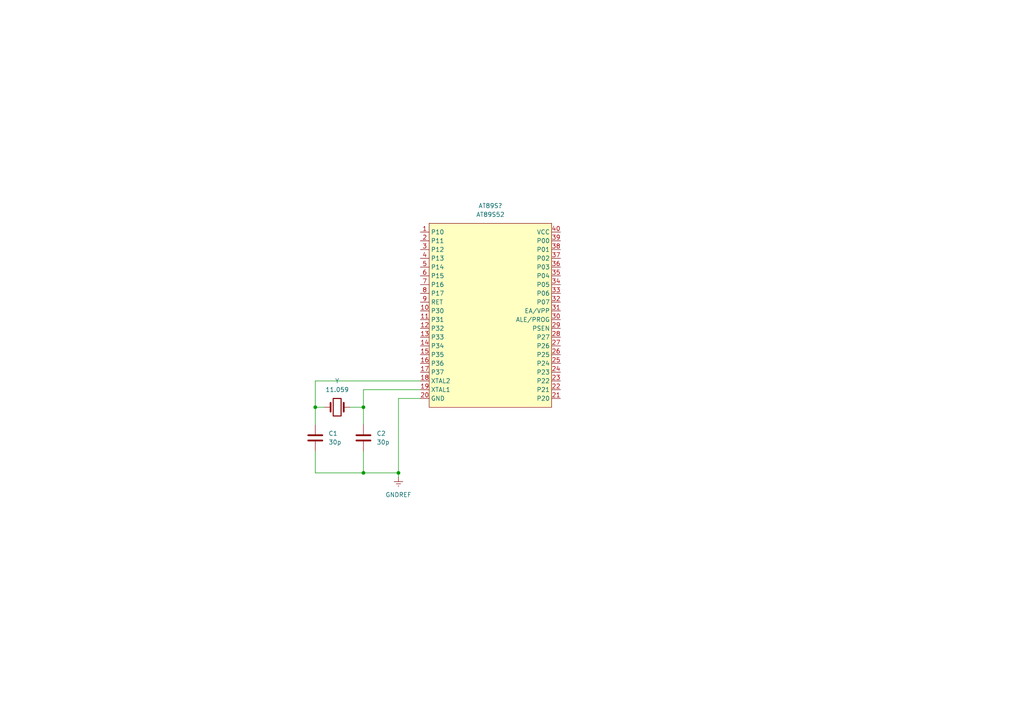
<source format=kicad_sch>
(kicad_sch (version 20211123) (generator eeschema)

  (uuid c80aed4c-762e-4db9-a237-fb317598d581)

  (paper "A4")

  (lib_symbols
    (symbol "Device:C" (pin_numbers hide) (pin_names (offset 0.254)) (in_bom yes) (on_board yes)
      (property "Reference" "C" (id 0) (at 0.635 2.54 0)
        (effects (font (size 1.27 1.27)) (justify left))
      )
      (property "Value" "C" (id 1) (at 0.635 -2.54 0)
        (effects (font (size 1.27 1.27)) (justify left))
      )
      (property "Footprint" "" (id 2) (at 0.9652 -3.81 0)
        (effects (font (size 1.27 1.27)) hide)
      )
      (property "Datasheet" "~" (id 3) (at 0 0 0)
        (effects (font (size 1.27 1.27)) hide)
      )
      (property "ki_keywords" "cap capacitor" (id 4) (at 0 0 0)
        (effects (font (size 1.27 1.27)) hide)
      )
      (property "ki_description" "Unpolarized capacitor" (id 5) (at 0 0 0)
        (effects (font (size 1.27 1.27)) hide)
      )
      (property "ki_fp_filters" "C_*" (id 6) (at 0 0 0)
        (effects (font (size 1.27 1.27)) hide)
      )
      (symbol "C_0_1"
        (polyline
          (pts
            (xy -2.032 -0.762)
            (xy 2.032 -0.762)
          )
          (stroke (width 0.508) (type default) (color 0 0 0 0))
          (fill (type none))
        )
        (polyline
          (pts
            (xy -2.032 0.762)
            (xy 2.032 0.762)
          )
          (stroke (width 0.508) (type default) (color 0 0 0 0))
          (fill (type none))
        )
      )
      (symbol "C_1_1"
        (pin passive line (at 0 3.81 270) (length 2.794)
          (name "~" (effects (font (size 1.27 1.27))))
          (number "1" (effects (font (size 1.27 1.27))))
        )
        (pin passive line (at 0 -3.81 90) (length 2.794)
          (name "~" (effects (font (size 1.27 1.27))))
          (number "2" (effects (font (size 1.27 1.27))))
        )
      )
    )
    (symbol "Device:Crystal" (pin_numbers hide) (pin_names (offset 1.016) hide) (in_bom yes) (on_board yes)
      (property "Reference" "Y" (id 0) (at 0 3.81 0)
        (effects (font (size 1.27 1.27)))
      )
      (property "Value" "Crystal" (id 1) (at 0 -3.81 0)
        (effects (font (size 1.27 1.27)))
      )
      (property "Footprint" "" (id 2) (at 0 0 0)
        (effects (font (size 1.27 1.27)) hide)
      )
      (property "Datasheet" "~" (id 3) (at 0 0 0)
        (effects (font (size 1.27 1.27)) hide)
      )
      (property "ki_keywords" "quartz ceramic resonator oscillator" (id 4) (at 0 0 0)
        (effects (font (size 1.27 1.27)) hide)
      )
      (property "ki_description" "Two pin crystal" (id 5) (at 0 0 0)
        (effects (font (size 1.27 1.27)) hide)
      )
      (property "ki_fp_filters" "Crystal*" (id 6) (at 0 0 0)
        (effects (font (size 1.27 1.27)) hide)
      )
      (symbol "Crystal_0_1"
        (rectangle (start -1.143 2.54) (end 1.143 -2.54)
          (stroke (width 0.3048) (type default) (color 0 0 0 0))
          (fill (type none))
        )
        (polyline
          (pts
            (xy -2.54 0)
            (xy -1.905 0)
          )
          (stroke (width 0) (type default) (color 0 0 0 0))
          (fill (type none))
        )
        (polyline
          (pts
            (xy -1.905 -1.27)
            (xy -1.905 1.27)
          )
          (stroke (width 0.508) (type default) (color 0 0 0 0))
          (fill (type none))
        )
        (polyline
          (pts
            (xy 1.905 -1.27)
            (xy 1.905 1.27)
          )
          (stroke (width 0.508) (type default) (color 0 0 0 0))
          (fill (type none))
        )
        (polyline
          (pts
            (xy 2.54 0)
            (xy 1.905 0)
          )
          (stroke (width 0) (type default) (color 0 0 0 0))
          (fill (type none))
        )
      )
      (symbol "Crystal_1_1"
        (pin passive line (at -3.81 0 0) (length 1.27)
          (name "1" (effects (font (size 1.27 1.27))))
          (number "1" (effects (font (size 1.27 1.27))))
        )
        (pin passive line (at 3.81 0 180) (length 1.27)
          (name "2" (effects (font (size 1.27 1.27))))
          (number "2" (effects (font (size 1.27 1.27))))
        )
      )
    )
    (symbol "at89s52:AT89S52" (in_bom yes) (on_board yes)
      (property "Reference" "AT89S52" (id 0) (at 0 0 0)
        (effects (font (size 1.27 1.27)))
      )
      (property "Value" "AT89S52" (id 1) (at 0 0 0)
        (effects (font (size 1.27 1.27)))
      )
      (property "Footprint" "" (id 2) (at 0 0 0)
        (effects (font (size 1.27 1.27)))
      )
      (property "Datasheet" "" (id 3) (at 0 0 0)
        (effects (font (size 1.27 1.27)) hide)
      )
      (symbol "AT89S52_0_1"
        (rectangle (start -17.78 50.8) (end 17.78 -2.54)
          (stroke (width 0) (type default) (color 0 0 0 0))
          (fill (type background))
        )
      )
      (symbol "AT89S52_1_1"
        (pin free line (at -20.32 48.26 0) (length 2.54)
          (name "P10" (effects (font (size 1.27 1.27))))
          (number "1" (effects (font (size 1.27 1.27))))
        )
        (pin free line (at -20.32 25.4 0) (length 2.54)
          (name "P30" (effects (font (size 1.27 1.27))))
          (number "10" (effects (font (size 1.27 1.27))))
        )
        (pin free line (at -20.32 22.86 0) (length 2.54)
          (name "P31" (effects (font (size 1.27 1.27))))
          (number "11" (effects (font (size 1.27 1.27))))
        )
        (pin free line (at -20.32 20.32 0) (length 2.54)
          (name "P32" (effects (font (size 1.27 1.27))))
          (number "12" (effects (font (size 1.27 1.27))))
        )
        (pin free line (at -20.32 17.78 0) (length 2.54)
          (name "P33" (effects (font (size 1.27 1.27))))
          (number "13" (effects (font (size 1.27 1.27))))
        )
        (pin free line (at -20.32 15.24 0) (length 2.54)
          (name "P34" (effects (font (size 1.27 1.27))))
          (number "14" (effects (font (size 1.27 1.27))))
        )
        (pin free line (at -20.32 12.7 0) (length 2.54)
          (name "P35" (effects (font (size 1.27 1.27))))
          (number "15" (effects (font (size 1.27 1.27))))
        )
        (pin free line (at -20.32 10.16 0) (length 2.54)
          (name "P36" (effects (font (size 1.27 1.27))))
          (number "16" (effects (font (size 1.27 1.27))))
        )
        (pin free line (at -20.32 7.62 0) (length 2.54)
          (name "P37" (effects (font (size 1.27 1.27))))
          (number "17" (effects (font (size 1.27 1.27))))
        )
        (pin free line (at -20.32 5.08 0) (length 2.54)
          (name "XTAL2" (effects (font (size 1.27 1.27))))
          (number "18" (effects (font (size 1.27 1.27))))
        )
        (pin free line (at -20.32 2.54 0) (length 2.54)
          (name "XTAL1" (effects (font (size 1.27 1.27))))
          (number "19" (effects (font (size 1.27 1.27))))
        )
        (pin free line (at -20.32 45.72 0) (length 2.54)
          (name "P11" (effects (font (size 1.27 1.27))))
          (number "2" (effects (font (size 1.27 1.27))))
        )
        (pin power_in line (at -20.32 0 0) (length 2.54)
          (name "GND" (effects (font (size 1.27 1.27))))
          (number "20" (effects (font (size 1.27 1.27))))
        )
        (pin free line (at 20.32 0 180) (length 2.54)
          (name "P20" (effects (font (size 1.27 1.27))))
          (number "21" (effects (font (size 1.27 1.27))))
        )
        (pin free line (at 20.32 2.54 180) (length 2.54)
          (name "P21" (effects (font (size 1.27 1.27))))
          (number "22" (effects (font (size 1.27 1.27))))
        )
        (pin free line (at 20.32 5.08 180) (length 2.54)
          (name "P22" (effects (font (size 1.27 1.27))))
          (number "23" (effects (font (size 1.27 1.27))))
        )
        (pin free line (at 20.32 7.62 180) (length 2.54)
          (name "P23" (effects (font (size 1.27 1.27))))
          (number "24" (effects (font (size 1.27 1.27))))
        )
        (pin free line (at 20.32 10.16 180) (length 2.54)
          (name "P24" (effects (font (size 1.27 1.27))))
          (number "25" (effects (font (size 1.27 1.27))))
        )
        (pin free line (at 20.32 12.7 180) (length 2.54)
          (name "P25" (effects (font (size 1.27 1.27))))
          (number "26" (effects (font (size 1.27 1.27))))
        )
        (pin free line (at 20.32 15.24 180) (length 2.54)
          (name "P26" (effects (font (size 1.27 1.27))))
          (number "27" (effects (font (size 1.27 1.27))))
        )
        (pin free line (at 20.32 17.78 180) (length 2.54)
          (name "P27" (effects (font (size 1.27 1.27))))
          (number "28" (effects (font (size 1.27 1.27))))
        )
        (pin unspecified line (at 20.32 20.32 180) (length 2.54)
          (name "PSEN" (effects (font (size 1.27 1.27))))
          (number "29" (effects (font (size 1.27 1.27))))
        )
        (pin free line (at -20.32 43.18 0) (length 2.54)
          (name "P12" (effects (font (size 1.27 1.27))))
          (number "3" (effects (font (size 1.27 1.27))))
        )
        (pin unspecified line (at 20.32 22.86 180) (length 2.54)
          (name "ALE/PROG" (effects (font (size 1.27 1.27))))
          (number "30" (effects (font (size 1.27 1.27))))
        )
        (pin power_in line (at 20.32 25.4 180) (length 2.54)
          (name "EA/VPP" (effects (font (size 1.27 1.27))))
          (number "31" (effects (font (size 1.27 1.27))))
        )
        (pin free line (at 20.32 27.94 180) (length 2.54)
          (name "P07" (effects (font (size 1.27 1.27))))
          (number "32" (effects (font (size 1.27 1.27))))
        )
        (pin free line (at 20.32 30.48 180) (length 2.54)
          (name "P06" (effects (font (size 1.27 1.27))))
          (number "33" (effects (font (size 1.27 1.27))))
        )
        (pin free line (at 20.32 33.02 180) (length 2.54)
          (name "P05" (effects (font (size 1.27 1.27))))
          (number "34" (effects (font (size 1.27 1.27))))
        )
        (pin free line (at 20.32 35.56 180) (length 2.54)
          (name "P04" (effects (font (size 1.27 1.27))))
          (number "35" (effects (font (size 1.27 1.27))))
        )
        (pin free line (at 20.32 38.1 180) (length 2.54)
          (name "P03" (effects (font (size 1.27 1.27))))
          (number "36" (effects (font (size 1.27 1.27))))
        )
        (pin free line (at 20.32 40.64 180) (length 2.54)
          (name "P02" (effects (font (size 1.27 1.27))))
          (number "37" (effects (font (size 1.27 1.27))))
        )
        (pin free line (at 20.32 43.18 180) (length 2.54)
          (name "P01" (effects (font (size 1.27 1.27))))
          (number "38" (effects (font (size 1.27 1.27))))
        )
        (pin free line (at 20.32 45.72 180) (length 2.54)
          (name "P00" (effects (font (size 1.27 1.27))))
          (number "39" (effects (font (size 1.27 1.27))))
        )
        (pin free line (at -20.32 40.64 0) (length 2.54)
          (name "P13" (effects (font (size 1.27 1.27))))
          (number "4" (effects (font (size 1.27 1.27))))
        )
        (pin power_in line (at 20.32 48.26 180) (length 2.54)
          (name "VCC" (effects (font (size 1.27 1.27))))
          (number "40" (effects (font (size 1.27 1.27))))
        )
        (pin free line (at -20.32 38.1 0) (length 2.54)
          (name "P14" (effects (font (size 1.27 1.27))))
          (number "5" (effects (font (size 1.27 1.27))))
        )
        (pin free line (at -20.32 35.56 0) (length 2.54)
          (name "P15" (effects (font (size 1.27 1.27))))
          (number "6" (effects (font (size 1.27 1.27))))
        )
        (pin free line (at -20.32 33.02 0) (length 2.54)
          (name "P16" (effects (font (size 1.27 1.27))))
          (number "7" (effects (font (size 1.27 1.27))))
        )
        (pin free line (at -20.32 30.48 0) (length 2.54)
          (name "P17" (effects (font (size 1.27 1.27))))
          (number "8" (effects (font (size 1.27 1.27))))
        )
        (pin input line (at -20.32 27.94 0) (length 2.54)
          (name "RET" (effects (font (size 1.27 1.27))))
          (number "9" (effects (font (size 1.27 1.27))))
        )
      )
    )
    (symbol "power:GNDREF" (power) (pin_names (offset 0)) (in_bom yes) (on_board yes)
      (property "Reference" "#PWR" (id 0) (at 0 -6.35 0)
        (effects (font (size 1.27 1.27)) hide)
      )
      (property "Value" "GNDREF" (id 1) (at 0 -3.81 0)
        (effects (font (size 1.27 1.27)))
      )
      (property "Footprint" "" (id 2) (at 0 0 0)
        (effects (font (size 1.27 1.27)) hide)
      )
      (property "Datasheet" "" (id 3) (at 0 0 0)
        (effects (font (size 1.27 1.27)) hide)
      )
      (property "ki_keywords" "global power" (id 4) (at 0 0 0)
        (effects (font (size 1.27 1.27)) hide)
      )
      (property "ki_description" "Power symbol creates a global label with name \"GNDREF\" , reference supply ground" (id 5) (at 0 0 0)
        (effects (font (size 1.27 1.27)) hide)
      )
      (symbol "GNDREF_0_1"
        (polyline
          (pts
            (xy -0.635 -1.905)
            (xy 0.635 -1.905)
          )
          (stroke (width 0) (type default) (color 0 0 0 0))
          (fill (type none))
        )
        (polyline
          (pts
            (xy -0.127 -2.54)
            (xy 0.127 -2.54)
          )
          (stroke (width 0) (type default) (color 0 0 0 0))
          (fill (type none))
        )
        (polyline
          (pts
            (xy 0 -1.27)
            (xy 0 0)
          )
          (stroke (width 0) (type default) (color 0 0 0 0))
          (fill (type none))
        )
        (polyline
          (pts
            (xy 1.27 -1.27)
            (xy -1.27 -1.27)
          )
          (stroke (width 0) (type default) (color 0 0 0 0))
          (fill (type none))
        )
      )
      (symbol "GNDREF_1_1"
        (pin power_in line (at 0 0 270) (length 0) hide
          (name "GNDREF" (effects (font (size 1.27 1.27))))
          (number "1" (effects (font (size 1.27 1.27))))
        )
      )
    )
  )

  (junction (at 105.41 137.16) (diameter 0) (color 0 0 0 0)
    (uuid 9fe09957-94fb-4ddf-a61f-72b12fc9906c)
  )
  (junction (at 91.44 118.11) (diameter 0) (color 0 0 0 0)
    (uuid c05a0f73-fb78-4efd-b56c-44c21bae7bd4)
  )
  (junction (at 105.41 118.11) (diameter 0) (color 0 0 0 0)
    (uuid e2315db7-f898-4110-a070-434c76101a3e)
  )
  (junction (at 115.57 137.16) (diameter 0) (color 0 0 0 0)
    (uuid e454fb5e-b323-4058-b14a-907f2725abce)
  )

  (wire (pts (xy 115.57 115.57) (xy 115.57 137.16))
    (stroke (width 0) (type default) (color 0 0 0 0))
    (uuid 01175247-84e0-4614-9a6a-1ff8e70e095c)
  )
  (wire (pts (xy 91.44 118.11) (xy 91.44 123.19))
    (stroke (width 0) (type default) (color 0 0 0 0))
    (uuid 037033da-c710-4dda-ad1b-e2e8e642ab07)
  )
  (wire (pts (xy 105.41 118.11) (xy 105.41 123.19))
    (stroke (width 0) (type default) (color 0 0 0 0))
    (uuid 18b039d8-1090-4045-9ff1-d0e2bf935a19)
  )
  (wire (pts (xy 91.44 130.81) (xy 91.44 137.16))
    (stroke (width 0) (type default) (color 0 0 0 0))
    (uuid 2b0ee5f8-f383-458a-948e-e41abc6a6522)
  )
  (wire (pts (xy 105.41 113.03) (xy 121.92 113.03))
    (stroke (width 0) (type default) (color 0 0 0 0))
    (uuid 47d3d4ef-8f18-4734-b4a2-59e37c5582e1)
  )
  (wire (pts (xy 91.44 110.49) (xy 91.44 118.11))
    (stroke (width 0) (type default) (color 0 0 0 0))
    (uuid 5650c1fe-8d1a-4cfc-8120-c829af53b714)
  )
  (wire (pts (xy 105.41 118.11) (xy 101.6 118.11))
    (stroke (width 0) (type default) (color 0 0 0 0))
    (uuid 57e8f362-f030-4d63-b75f-c7f0a88a7bbf)
  )
  (wire (pts (xy 105.41 113.03) (xy 105.41 118.11))
    (stroke (width 0) (type default) (color 0 0 0 0))
    (uuid 78f9f53b-6fde-4d55-8d9c-19bd37b2f948)
  )
  (wire (pts (xy 91.44 110.49) (xy 121.92 110.49))
    (stroke (width 0) (type default) (color 0 0 0 0))
    (uuid 8a9e65ff-92de-475b-8090-d97ae2d6ac82)
  )
  (wire (pts (xy 91.44 118.11) (xy 93.98 118.11))
    (stroke (width 0) (type default) (color 0 0 0 0))
    (uuid 97320f42-8823-4acf-a694-245b6daf5ecc)
  )
  (wire (pts (xy 105.41 137.16) (xy 115.57 137.16))
    (stroke (width 0) (type default) (color 0 0 0 0))
    (uuid 9c29e3fb-80eb-4eb3-aced-27c7f92ac8ad)
  )
  (wire (pts (xy 115.57 137.16) (xy 115.57 138.43))
    (stroke (width 0) (type default) (color 0 0 0 0))
    (uuid a645aed7-7f05-4fec-9aec-dfadee716a36)
  )
  (wire (pts (xy 91.44 137.16) (xy 105.41 137.16))
    (stroke (width 0) (type default) (color 0 0 0 0))
    (uuid c9a72b13-383f-4b0f-8001-1e435ea13d94)
  )
  (wire (pts (xy 105.41 130.81) (xy 105.41 137.16))
    (stroke (width 0) (type default) (color 0 0 0 0))
    (uuid e879bec5-ed8b-4d37-9a68-172e40cf42f7)
  )
  (wire (pts (xy 121.92 115.57) (xy 115.57 115.57))
    (stroke (width 0) (type default) (color 0 0 0 0))
    (uuid f261f223-bed9-4685-a866-8261b550afed)
  )

  (symbol (lib_id "Device:Crystal") (at 97.79 118.11 0) (unit 1)
    (in_bom yes) (on_board yes)
    (uuid 605475bb-de4d-4b6a-80c8-a47657182f0e)
    (property "Reference" "Y" (id 0) (at 97.79 110.49 0))
    (property "Value" "11.059" (id 1) (at 97.79 113.03 0))
    (property "Footprint" "" (id 2) (at 97.79 118.11 0)
      (effects (font (size 1.27 1.27)) hide)
    )
    (property "Datasheet" "~" (id 3) (at 97.79 118.11 0)
      (effects (font (size 1.27 1.27)) hide)
    )
    (pin "1" (uuid d26e7c6c-b97b-4d03-86b2-9c8ce267f19b))
    (pin "2" (uuid c2c8d0d5-1136-4753-a9db-3bac1c193f9d))
  )

  (symbol (lib_id "Device:C") (at 91.44 127 0) (unit 1)
    (in_bom yes) (on_board yes) (fields_autoplaced)
    (uuid 82d0604f-510c-4526-a5df-8cc668aa9ccf)
    (property "Reference" "C1" (id 0) (at 95.25 125.7299 0)
      (effects (font (size 1.27 1.27)) (justify left))
    )
    (property "Value" "30p" (id 1) (at 95.25 128.2699 0)
      (effects (font (size 1.27 1.27)) (justify left))
    )
    (property "Footprint" "" (id 2) (at 92.4052 130.81 0)
      (effects (font (size 1.27 1.27)) hide)
    )
    (property "Datasheet" "~" (id 3) (at 91.44 127 0)
      (effects (font (size 1.27 1.27)) hide)
    )
    (pin "1" (uuid c856bf80-3a64-458a-b8e9-60ebe025b8f4))
    (pin "2" (uuid aacd8a2e-35bc-42c6-8824-2caf2062003d))
  )

  (symbol (lib_id "at89s52:AT89S52") (at 142.24 115.57 0) (unit 1)
    (in_bom yes) (on_board yes) (fields_autoplaced)
    (uuid b350c197-9be9-44aa-8f8a-aa561c384405)
    (property "Reference" "AT89S?" (id 0) (at 142.24 59.69 0))
    (property "Value" "AT89S52" (id 1) (at 142.24 62.23 0))
    (property "Footprint" "" (id 2) (at 142.24 115.57 0))
    (property "Datasheet" "" (id 3) (at 142.24 115.57 0)
      (effects (font (size 1.27 1.27)) hide)
    )
    (pin "1" (uuid 707750c6-54df-4cfe-ba3d-efc24c9cc656))
    (pin "10" (uuid 40da5471-23f1-47bd-80ab-223d30f11f0d))
    (pin "11" (uuid d4b6ed62-af0d-411a-996c-8df7172cb163))
    (pin "12" (uuid 55d239ee-2105-4725-b0a0-3942fc3a1ded))
    (pin "13" (uuid 1d60d8c1-bfdd-4a1a-a724-f49c3e5bde3e))
    (pin "14" (uuid 5aa87cf2-7cde-47a6-acc2-defb9660027c))
    (pin "15" (uuid 6c6f1073-dbee-4a52-a55f-83c739eb8ec4))
    (pin "16" (uuid 4ee56af4-710e-419e-8913-ad784b80eb1f))
    (pin "17" (uuid d408d115-a529-4da6-b1a1-efb70af18ba1))
    (pin "18" (uuid 5189ca45-da76-4b1a-bc48-248493abd2b5))
    (pin "19" (uuid cf7dade0-fcbe-4c12-822e-a76e348525b9))
    (pin "2" (uuid 5e97be3d-e6ad-4cbd-a017-3b6427cdff7f))
    (pin "20" (uuid 443c6cc2-b539-4246-bb65-44f35e7851c8))
    (pin "21" (uuid a8cc3acd-3b6d-4ba6-9010-27f7b89f33ba))
    (pin "22" (uuid 5484ebbb-1438-4e4c-97b2-79814c5c9ba6))
    (pin "23" (uuid 3a8f2158-fdcb-4416-a515-ba6e085f4b93))
    (pin "24" (uuid e882ba71-cb0f-4171-bef6-f5c0487a3d89))
    (pin "25" (uuid 63925a7a-7f5d-4295-b894-6bc0602261a9))
    (pin "26" (uuid 9a485c2e-d22c-4207-88fc-f003517f8d36))
    (pin "27" (uuid 4fc6e201-87bb-4f26-8bbd-e50abda0c211))
    (pin "28" (uuid 3a491b4b-7244-4335-b8ee-1fa24fb04e7f))
    (pin "29" (uuid 463a53e8-b606-424d-8eb5-c51710a582b7))
    (pin "3" (uuid c46a4061-383d-403b-b747-67fee2d87200))
    (pin "30" (uuid b2eaf3bc-07cc-4427-a6c2-47c1a1c082e9))
    (pin "31" (uuid 61dadb40-8323-4c48-b881-4b90d0d05578))
    (pin "32" (uuid f4163316-cb0a-4a4b-80e9-c535399c1973))
    (pin "33" (uuid 9039fd99-11bb-4423-b461-f9958a41efc3))
    (pin "34" (uuid d2033cc3-5b44-49fa-8d73-f264107c6b65))
    (pin "35" (uuid 04395068-09da-41e3-bd5b-ef7adb9c7080))
    (pin "36" (uuid c02f115e-8399-4311-a73d-5187ea43de4d))
    (pin "37" (uuid 339fc5c5-b193-41a5-8a18-b14b0230a96e))
    (pin "38" (uuid d7740cf7-e253-4086-8be1-3c7bf6ddca92))
    (pin "39" (uuid 5522b34b-d964-4ec6-a5d9-41a07e33864c))
    (pin "4" (uuid db977b38-f086-4a0f-b02d-7275bf5c80fd))
    (pin "40" (uuid 1dca487a-cc5b-41ac-a411-1187a1442582))
    (pin "5" (uuid 390a80da-590b-40e5-9947-b313645550f2))
    (pin "6" (uuid 15e14a3c-3b98-42a2-9bab-4f4e9308f2a2))
    (pin "7" (uuid 81d7e7d2-8984-46b7-8440-cd16d62f0128))
    (pin "8" (uuid 4a7cc444-6a37-4a1b-be15-2087243027b8))
    (pin "9" (uuid 70997794-0eff-4877-963a-116fbbe1ac8d))
  )

  (symbol (lib_id "power:GNDREF") (at 115.57 138.43 0) (unit 1)
    (in_bom yes) (on_board yes)
    (uuid c93c75d0-979d-4a4a-b3c2-816612ad8d9c)
    (property "Reference" "#PWR?" (id 0) (at 115.57 144.78 0)
      (effects (font (size 1.27 1.27)) hide)
    )
    (property "Value" "GNDREF" (id 1) (at 115.57 143.51 0))
    (property "Footprint" "" (id 2) (at 115.57 138.43 0)
      (effects (font (size 1.27 1.27)) hide)
    )
    (property "Datasheet" "" (id 3) (at 115.57 138.43 0)
      (effects (font (size 1.27 1.27)) hide)
    )
    (pin "1" (uuid 560c6db5-6290-4df1-add9-6edb15821268))
  )

  (symbol (lib_id "Device:C") (at 105.41 127 0) (unit 1)
    (in_bom yes) (on_board yes) (fields_autoplaced)
    (uuid d1769e7b-1963-421f-9363-84b582d984d5)
    (property "Reference" "C2" (id 0) (at 109.22 125.7299 0)
      (effects (font (size 1.27 1.27)) (justify left))
    )
    (property "Value" "30p" (id 1) (at 109.22 128.2699 0)
      (effects (font (size 1.27 1.27)) (justify left))
    )
    (property "Footprint" "" (id 2) (at 106.3752 130.81 0)
      (effects (font (size 1.27 1.27)) hide)
    )
    (property "Datasheet" "~" (id 3) (at 105.41 127 0)
      (effects (font (size 1.27 1.27)) hide)
    )
    (pin "1" (uuid d9f47b3d-972e-4d24-9e25-3c060391d27b))
    (pin "2" (uuid 1c22ff9f-0159-49fe-94d4-2f0c86b1c03a))
  )

  (sheet_instances
    (path "/" (page "1"))
  )

  (symbol_instances
    (path "/c93c75d0-979d-4a4a-b3c2-816612ad8d9c"
      (reference "#PWR?") (unit 1) (value "GNDREF") (footprint "")
    )
    (path "/b350c197-9be9-44aa-8f8a-aa561c384405"
      (reference "AT89S?") (unit 1) (value "AT89S52") (footprint "")
    )
    (path "/82d0604f-510c-4526-a5df-8cc668aa9ccf"
      (reference "C1") (unit 1) (value "30p") (footprint "")
    )
    (path "/d1769e7b-1963-421f-9363-84b582d984d5"
      (reference "C2") (unit 1) (value "30p") (footprint "")
    )
    (path "/605475bb-de4d-4b6a-80c8-a47657182f0e"
      (reference "Y") (unit 1) (value "11.059") (footprint "")
    )
  )
)

</source>
